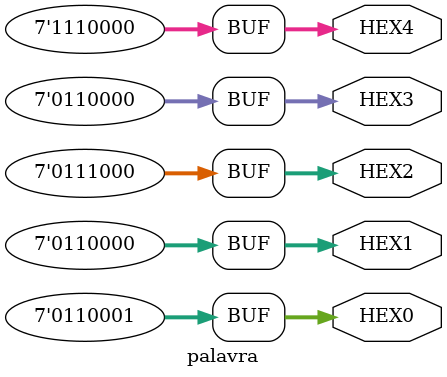
<source format=v>
module palavra(HEX0, HEX1, HEX2, HEX3, HEX4);

//escrever a palavra cefet no display

output [0:6]HEX0, HEX1, HEX2, HEX3, HEX4;

assign HEX0 = 7'b0110001; //c
assign HEX1 = 7'b0110000; //e
assign HEX2 = 7'b0111000; //f
assign HEX3 = 7'b0110000; //e
assign HEX4 = 7'b1110000; //t

endmodule
</source>
